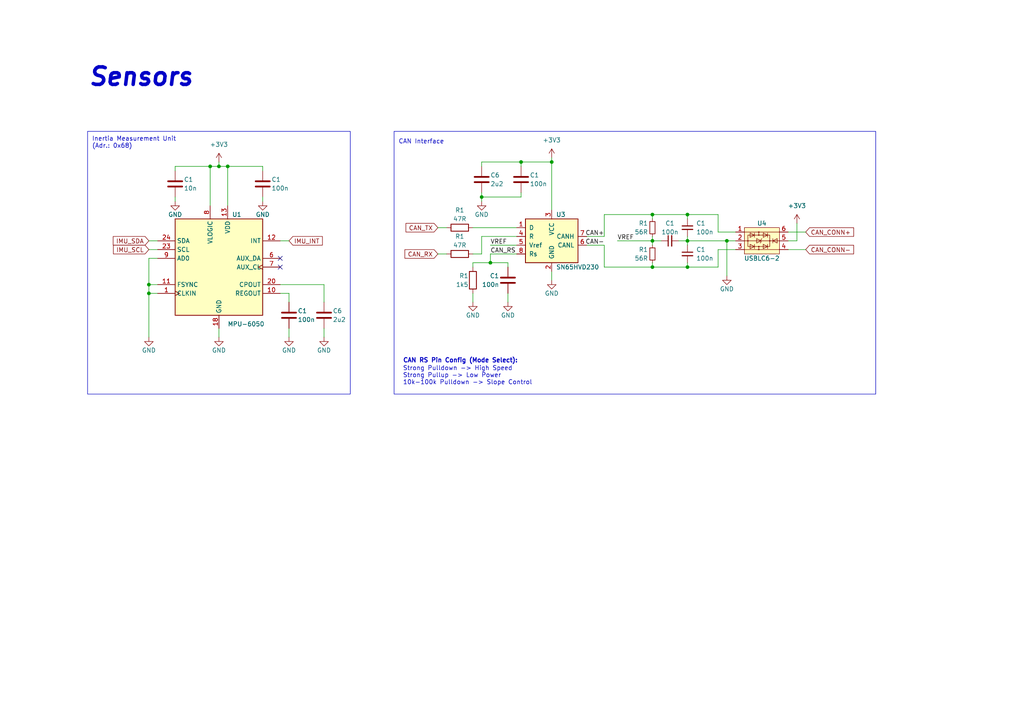
<source format=kicad_sch>
(kicad_sch (version 20230121) (generator eeschema)
  (paper "A4")
  (title_block (title "Sensors") (date "2023-08-02") (rev "R1") (company "s-grundner"))
  (lib_symbols
    (symbol "Device:C" (pin_numbers hide) (pin_names (offset 0.254))
      (property "Reference" "C" (at 0.635 2.54 0))
      (property "Value" "C" (at 0.635 -2.54 0))
      (symbol "C_0_1"
        (polyline (pts (xy -2.032 -0.762) (xy 2.032 -0.762)) (stroke (width 0.508)))
        (polyline (pts (xy -2.032 0.762) (xy 2.032 0.762)) (stroke (width 0.508)))
      )
      (symbol "C_1_1"
        (pin passive line (at 0 3.81 270) (length 2.794) (name "~") (number "1"))
        (pin passive line (at 0 -3.81 90) (length 2.794) (name "~") (number "2"))
      )
    )
    (symbol "Device:C_Small" (pin_numbers hide) (pin_names (offset 0.254) hide)
      (property "Reference" "C" (at 0.254 1.778 0))
      (property "Value" "C_Small" (at 0.254 -2.032 0))
      (symbol "C_Small_0_1"
        (polyline (pts (xy -1.524 -0.508) (xy 1.524 -0.508)) (stroke (width 0.3302)))
        (polyline (pts (xy -1.524 0.508) (xy 1.524 0.508)) (stroke (width 0.3048)))
      )
      (symbol "C_Small_1_1"
        (pin passive line (at 0 2.54 270) (length 2.032) (name "~") (number "1"))
        (pin passive line (at 0 -2.54 90) (length 2.032) (name "~") (number "2"))
      )
    )
    (symbol "Device:R" (pin_numbers hide) (pin_names (offset 0))
      (property "Reference" "R" (at 2.032 0 90))
      (property "Value" "R" (at 0 0 90))
      (symbol "R_0_1"
        (rectangle (start -1.016 -2.54) (end 1.016 2.54) (stroke (width 0.254)))
      )
      (symbol "R_1_1"
        (pin passive line (at 0 3.81 270) (length 1.27) (name "~") (number "1"))
        (pin passive line (at 0 -3.81 90) (length 1.27) (name "~") (number "2"))
      )
    )
    (symbol "Device:R_Small" (pin_numbers hide) (pin_names (offset 0.254) hide)
      (property "Reference" "R" (at 0.762 0.508 0))
      (property "Value" "R_Small" (at 0.762 -1.016 0))
      (symbol "R_Small_0_1"
        (rectangle (start -0.762 1.778) (end 0.762 -1.778) (stroke (width 0.2032)))
      )
      (symbol "R_Small_1_1"
        (pin passive line (at 0 2.54 270) (length 0.762) (name "~") (number "1"))
        (pin passive line (at 0 -2.54 90) (length 0.762) (name "~") (number "2"))
      )
    )
    (symbol "Interface_CAN_LIN:SN65HVD230" (pin_names (offset 1.016))
      (property "Reference" "U" (at -2.54 10.16 0))
      (property "Value" "SN65HVD230" (at -2.54 7.62 0))
      (symbol "SN65HVD230_0_1"
        (rectangle (start -7.62 5.08) (end 7.62 -7.62) (stroke (width 0.254)) (fill (type background)))
      )
      (symbol "SN65HVD230_1_1"
        (pin input line (at -10.16 2.54 0) (length 2.54) (name "D") (number "1"))
        (pin power_in line (at 0 -10.16 90) (length 2.54) (name "GND") (number "2"))
        (pin power_in line (at 0 7.62 270) (length 2.54) (name "VCC") (number "3"))
        (pin output line (at -10.16 0 0) (length 2.54) (name "R") (number "4"))
        (pin output line (at -10.16 -2.54 0) (length 2.54) (name "Vref") (number "5"))
        (pin bidirectional line (at 10.16 -2.54 180) (length 2.54) (name "CANL") (number "6"))
        (pin bidirectional line (at 10.16 0 180) (length 2.54) (name "CANH") (number "7"))
        (pin input line (at -10.16 -5.08 0) (length 2.54) (name "Rs") (number "8"))
      )
    )
    (symbol "Power_Protection:WE-TVS-82400102"
      (property "Reference" "U" (at 0 7.62 0))
      (property "Value" "WE-TVS-82400102" (at 0 5.08 0))
      (symbol "WE-TVS-82400102_0_1"
        (rectangle (start -5.08 3.81) (end 5.08 -3.81) (fill (type background)))
        (circle (center -4.064 0) (radius 0.127))
        (rectangle (start -4.064 1.651) (end 2.286 -1.651))
        (circle (center -0.889 -2.54) (radius 0.127))
        (circle (center -0.889 -1.651) (radius 0.127))
        (circle (center -0.889 1.651) (radius 0.127))
        (circle (center -0.889 2.54) (radius 0.127))
        (polyline (pts (xy -5.08 -2.54) (xy 5.08 -2.54)))
        (polyline (pts (xy -5.08 2.54) (xy 5.08 2.54)))
        (polyline (pts (xy -4.064 0) (xy -5.08 0)))
        (polyline (pts (xy -4.064 0) (xy 2.286 0)) (fill (type outline)))
        (polyline (pts (xy -2.159 -1.016) (xy -2.159 -2.286)))
        (polyline (pts (xy -2.159 2.286) (xy -2.159 1.016)))
        (polyline (pts (xy -0.889 -1.651) (xy -0.889 -2.413)))
        (polyline (pts (xy -0.889 1.651) (xy -0.889 2.54)))
        (polyline (pts (xy -0.508 -0.635) (xy -0.508 -0.635)))
        (polyline (pts (xy 1.651 -1.016) (xy 1.651 -2.286)))
        (polyline (pts (xy 1.651 2.286) (xy 1.651 1.016)))
        (polyline (pts (xy 2.286 0) (xy 5.08 0)))
        (polyline (pts (xy -3.429 -1.016) (xy -3.429 -2.286) (xy -2.159 -1.651) (xy -3.429 -1.016)))
        (polyline (pts (xy -3.429 1.016) (xy -3.429 2.286) (xy -2.159 1.651) (xy -3.429 1.016)))
        (polyline (pts (xy 0 0.635) (xy -0.254 0.381) (xy -0.254 -0.381) (xy -0.508 -0.635)))
        (polyline (pts (xy 0.381 -1.016) (xy 0.381 -2.286) (xy 1.651 -1.651) (xy 0.381 -1.016)))
        (polyline (pts (xy 0.381 1.016) (xy 0.381 2.286) (xy 1.651 1.651) (xy 0.381 1.016)))
        (circle (center 2.286 0) (radius 0.127))
      )
      (symbol "WE-TVS-82400102_1_1"
        (polyline (pts (xy 3.175 0.635) (xy 3.175 -0.635)))
        (polyline (pts (xy -1.524 0.635) (xy -1.524 -0.635) (xy -0.254 0) (xy -1.524 0.635)))
        (polyline (pts (xy 4.445 0.635) (xy 4.445 -0.635) (xy 3.175 0) (xy 4.445 0.635)))
        (pin passive line (at -7.62 2.54 0) (length 2.54) (name "~") (number "1"))
        (pin passive line (at -7.62 0 0) (length 2.54) (name "~") (number "2"))
        (pin passive line (at -7.62 -2.54 0) (length 2.54) (name "~") (number "3"))
        (pin passive line (at 7.62 -2.54 180) (length 2.54) (name "~") (number "4"))
        (pin passive line (at 7.62 0 180) (length 2.54) (name "~") (number "5"))
        (pin passive line (at 7.62 2.54 180) (length 2.54) (name "~") (number "6"))
      )
    )
    (symbol "Sensor_Motion:MPU-6050"
      (property "Reference" "U" (at -11.43 13.97 0))
      (property "Value" "MPU-6050" (at 7.62 -15.24 0))
      (symbol "MPU-6050_0_0"
        (text "" (at 12.7 -2.54 0) (effects (font (size 1.27 1.27))))
      )
      (symbol "MPU-6050_0_1"
        (rectangle (start -12.7 13.97) (end 12.7 -13.97) (stroke (width 0.254)) (fill (type background)))
      )
      (symbol "MPU-6050_1_1"
        (pin input clock (at -17.78 -7.62 0) (length 5.08) (name "CLKIN") (number "1"))
        (pin passive line (at 17.78 -7.62 180) (length 5.08) (name "REGOUT") (number "10"))
        (pin input line (at -17.78 -5.08 0) (length 5.08) (name "FSYNC") (number "11"))
        (pin output line (at 17.78 7.62 180) (length 5.08) (name "INT") (number "12"))
        (pin power_in line (at 2.54 17.78 270) (length 3.81) (name "VDD") (number "13"))
        (pin no_connect line (at -12.7 -10.16 0) (length 2.54) hide (name "NC") (number "14"))
        (pin no_connect line (at 12.7 12.7 180) (length 2.54) hide (name "NC") (number "15"))
        (pin no_connect line (at 12.7 10.16 180) (length 2.54) hide (name "NC") (number "16"))
        (pin no_connect line (at 12.7 5.08 180) (length 2.54) hide (name "NC") (number "17"))
        (pin power_in line (at 0 -17.78 90) (length 3.81) (name "GND") (number "18"))
        (pin no_connect line (at 12.7 -10.16 180) (length 2.54) hide (name "RESV") (number "19"))
        (pin no_connect line (at -12.7 12.7 0) (length 2.54) hide (name "NC") (number "2"))
        (pin passive line (at 17.78 -5.08 180) (length 5.08) (name "CPOUT") (number "20"))
        (pin no_connect line (at 12.7 -2.54 180) (length 2.54) hide (name "RESV") (number "21"))
        (pin no_connect line (at 12.7 -12.7 180) (length 2.54) hide (name "RESV") (number "22"))
        (pin input line (at -17.78 5.08 0) (length 5.08) (name "SCL") (number "23"))
        (pin bidirectional line (at -17.78 7.62 0) (length 5.08) (name "SDA") (number "24"))
        (pin no_connect line (at -12.7 10.16 0) (length 2.54) hide (name "NC") (number "3"))
        (pin no_connect line (at -12.7 0 0) (length 2.54) hide (name "NC") (number "4"))
        (pin no_connect line (at -12.7 -2.54 0) (length 2.54) hide (name "NC") (number "5"))
        (pin bidirectional line (at 17.78 2.54 180) (length 5.08) (name "AUX_DA") (number "6"))
        (pin output clock (at 17.78 0 180) (length 5.08) (name "AUX_CL") (number "7"))
        (pin power_in line (at -2.54 17.78 270) (length 3.81) (name "VLOGIC") (number "8"))
        (pin input line (at -17.78 2.54 0) (length 5.08) (name "AD0") (number "9"))
      )
    )
    (symbol "power:+3V3" (power) (pin_names (offset 0))
      (property "Value" "+3V3" (at 0 3.556 0))
      (symbol "+3V3_0_1"
        (polyline (pts (xy -0.762 1.27) (xy 0 2.54)))
        (polyline (pts (xy 0 0) (xy 0 2.54)))
        (polyline (pts (xy 0 2.54) (xy 0.762 1.27)))
      )
      (symbol "+3V3_1_1"
        (pin power_in line (at 0 0 90) (length 0) hide (name "+3V3") (number "1"))
      )
    )
    (symbol "power:GND" (power) (pin_names (offset 0))
      (property "Value" "GND" (at 0 -3.81 0))
      (symbol "GND_0_1"
        (polyline (pts (xy 0 0) (xy 0 -1.27) (xy 1.27 -1.27) (xy 0 -2.54) (xy -1.27 -1.27) (xy 0 -1.27)))
      )
      (symbol "GND_1_1"
        (pin power_in line (at 0 0 270) (length 0) hide (name "GND") (number "1"))
      )
    )
  )
  (junction (at 199.39 69.85))
  (junction (at 139.7 57.15))
  (junction (at 43.18 82.55))
  (junction (at 142.24 76.2))
  (junction (at 189.23 77.47))
  (junction (at 199.39 62.23))
  (junction (at 43.18 85.09))
  (junction (at 210.82 69.85))
  (junction (at 66.04 48.26))
  (junction (at 189.23 69.85))
  (junction (at 151.13 46.99))
  (junction (at 199.39 77.47))
  (junction (at 189.23 62.23))
  (junction (at 160.02 46.99))
  (junction (at 60.96 48.26))
  (junction (at 63.5 48.26))
  (no_connect (at 81.28 74.93))
  (no_connect (at 81.28 77.47))
  (wire (pts (xy 137.16 76.2) (xy 142.24 76.2)))
  (wire (pts (xy 160.02 46.99) (xy 160.02 60.96)))
  (wire (pts (xy 139.7 58.42) (xy 139.7 57.15)))
  (wire (pts (xy 228.6 72.39) (xy 233.68 72.39)))
  (wire (pts (xy 137.16 85.09) (xy 137.16 87.63)))
  (wire (pts (xy 175.26 77.47) (xy 189.23 77.47)))
  (wire (pts (xy 175.26 71.12) (xy 175.26 77.47)))
  (wire (pts (xy 228.6 69.85) (xy 231.14 69.85)))
  (wire (pts (xy 208.28 67.31) (xy 208.28 62.23)))
  (wire (pts (xy 63.5 46.99) (xy 63.5 48.26)))
  (wire (pts (xy 199.39 69.85) (xy 210.82 69.85)))
  (wire (pts (xy 213.36 67.31) (xy 208.28 67.31)))
  (wire (pts (xy 76.2 48.26) (xy 66.04 48.26)))
  (wire (pts (xy 208.28 72.39) (xy 213.36 72.39)))
  (wire (pts (xy 83.82 97.79) (xy 83.82 95.25)))
  (wire (pts (xy 228.6 67.31) (xy 233.68 67.31)))
  (wire (pts (xy 149.86 68.58) (xy 139.7 68.58)))
  (wire (pts (xy 43.18 82.55) (xy 45.72 82.55)))
  (wire (pts (xy 142.24 76.2) (xy 147.32 76.2)))
  (wire (pts (xy 189.23 62.23) (xy 199.39 62.23)))
  (wire (pts (xy 50.8 57.15) (xy 50.8 58.42)))
  (wire (pts (xy 43.18 85.09) (xy 43.18 82.55)))
  (wire (pts (xy 208.28 77.47) (xy 208.28 72.39)))
  (wire (pts (xy 151.13 46.99) (xy 151.13 48.26)))
  (wire (pts (xy 43.18 69.85) (xy 45.72 69.85)))
  (wire (pts (xy 139.7 57.15) (xy 139.7 55.88)))
  (wire (pts (xy 142.24 71.12) (xy 149.86 71.12)))
  (wire (pts (xy 210.82 69.85) (xy 210.82 80.01)))
  (wire (pts (xy 179.07 69.85) (xy 189.23 69.85)))
  (wire (pts (xy 45.72 74.93) (xy 43.18 74.93)))
  (wire (pts (xy 50.8 48.26) (xy 50.8 49.53)))
  (wire (pts (xy 63.5 48.26) (xy 60.96 48.26)))
  (wire (pts (xy 199.39 62.23) (xy 208.28 62.23)))
  (wire (pts (xy 139.7 68.58) (xy 139.7 73.66)))
  (wire (pts (xy 60.96 48.26) (xy 60.96 59.69)))
  (wire (pts (xy 93.98 95.25) (xy 93.98 97.79)))
  (wire (pts (xy 43.18 85.09) (xy 43.18 97.79)))
  (wire (pts (xy 137.16 66.04) (xy 149.86 66.04)))
  (wire (pts (xy 170.18 68.58) (xy 175.26 68.58)))
  (wire (pts (xy 139.7 57.15) (xy 151.13 57.15)))
  (wire (pts (xy 199.39 77.47) (xy 208.28 77.47)))
  (wire (pts (xy 139.7 73.66) (xy 137.16 73.66)))
  (wire (pts (xy 189.23 77.47) (xy 199.39 77.47)))
  (wire (pts (xy 66.04 48.26) (xy 66.04 59.69)))
  (wire (pts (xy 83.82 85.09) (xy 83.82 87.63)))
  (wire (pts (xy 160.02 45.72) (xy 160.02 46.99)))
  (wire (pts (xy 137.16 77.47) (xy 137.16 76.2)))
  (wire (pts (xy 199.39 69.85) (xy 199.39 71.12)))
  (wire (pts (xy 151.13 55.88) (xy 151.13 57.15)))
  (wire (pts (xy 175.26 62.23) (xy 189.23 62.23)))
  (wire (pts (xy 189.23 69.85) (xy 191.77 69.85)))
  (wire (pts (xy 127 73.66) (xy 129.54 73.66)))
  (wire (pts (xy 142.24 73.66) (xy 142.24 76.2)))
  (wire (pts (xy 189.23 68.58) (xy 189.23 69.85)))
  (wire (pts (xy 50.8 48.26) (xy 60.96 48.26)))
  (wire (pts (xy 210.82 69.85) (xy 213.36 69.85)))
  (wire (pts (xy 45.72 85.09) (xy 43.18 85.09)))
  (wire (pts (xy 196.85 69.85) (xy 199.39 69.85)))
  (wire (pts (xy 175.26 68.58) (xy 175.26 62.23)))
  (wire (pts (xy 139.7 46.99) (xy 151.13 46.99)))
  (wire (pts (xy 189.23 76.2) (xy 189.23 77.47)))
  (wire (pts (xy 66.04 48.26) (xy 63.5 48.26)))
  (wire (pts (xy 170.18 71.12) (xy 175.26 71.12)))
  (wire (pts (xy 76.2 48.26) (xy 76.2 49.53)))
  (wire (pts (xy 76.2 57.15) (xy 76.2 58.42)))
  (wire (pts (xy 81.28 82.55) (xy 93.98 82.55)))
  (wire (pts (xy 147.32 87.63) (xy 147.32 85.09)))
  (wire (pts (xy 83.82 69.85) (xy 81.28 69.85)))
  (wire (pts (xy 43.18 72.39) (xy 45.72 72.39)))
  (wire (pts (xy 43.18 74.93) (xy 43.18 82.55)))
  (wire (pts (xy 160.02 46.99) (xy 151.13 46.99)))
  (wire (pts (xy 139.7 46.99) (xy 139.7 48.26)))
  (wire (pts (xy 231.14 64.77) (xy 231.14 69.85)))
  (wire (pts (xy 63.5 97.79) (xy 63.5 95.25)))
  (wire (pts (xy 189.23 69.85) (xy 189.23 71.12)))
  (wire (pts (xy 199.39 62.23) (xy 199.39 63.5)))
  (wire (pts (xy 147.32 76.2) (xy 147.32 77.47)))
  (wire (pts (xy 81.28 85.09) (xy 83.82 85.09)))
  (wire (pts (xy 160.02 81.28) (xy 160.02 78.74)))
  (wire (pts (xy 199.39 68.58) (xy 199.39 69.85)))
  (wire (pts (xy 127 66.04) (xy 129.54 66.04)))
  (wire (pts (xy 142.24 73.66) (xy 149.86 73.66)))
  (wire (pts (xy 93.98 82.55) (xy 93.98 87.63)))
  (wire (pts (xy 189.23 62.23) (xy 189.23 63.5)))
  (wire (pts (xy 199.39 76.2) (xy 199.39 77.47)))
  (rectangle (start 114.3 38.1) (end 254 114.3))
  (rectangle (start 25.4 38.1) (end 101.6 114.3))
  (text "CAN RS Pin Config (Mode Select):" (at 116.84 105.41 0) (effects (font (size 1.27 1.27) (thickness 0.254) bold) (justify left bottom)))
  (text "Strong Pulldown -> High Speed\nStrong Pullup -> Low Power\n10k-100k Pulldown -> Slope Control" (at 116.84 111.76 0) (effects (font (size 1.27 1.27)) (justify left bottom)))
  (text "Sensors" (at 25.4 25.4 0) (effects (font (size 5.08 5.08) (thickness 1.016) bold italic) (justify left bottom)))
  (text "Inertia Measurement Unit\n(Adr.: 0x68)" (at 26.67 43.18 0) (effects (font (size 1.27 1.27)) (justify left bottom)))
  (text "CAN Interface" (at 115.57 41.91 0) (effects (font (size 1.27 1.27)) (justify left bottom)))
  (label "CAN+" (at 175.26 68.58 180))
  (label "VREF" (at 179.07 69.85 0))
  (label "CAN_RS" (at 142.24 73.66 0))
  (label "CAN-" (at 175.26 71.12 180))
  (label "VREF" (at 142.24 71.12 0))
  (global_label "IMU_INT" (shape input) (at 83.82 69.85 0) (property "Intersheetrefs" "${INTERSHEET_REFS}" (effects hide)))
  (global_label "IMU_SCL" (shape input) (at 43.18 72.39 180) (property "Intersheetrefs" "${INTERSHEET_REFS}" (effects hide)))
  (global_label "CAN_RX" (shape input) (at 127 73.66 180) (property "Intersheetrefs" "${INTERSHEET_REFS}" (effects hide)))
  (global_label "CAN_CONN+" (shape input) (at 233.68 67.31 0) (property "Intersheetrefs" "${INTERSHEET_REFS}" (effects hide)))
  (global_label "IMU_SDA" (shape input) (at 43.18 69.85 180) (property "Intersheetrefs" "${INTERSHEET_REFS}" (effects hide)))
  (global_label "CAN_CONN-" (shape input) (at 233.68 72.39 0) (property "Intersheetrefs" "${INTERSHEET_REFS}" (effects hide)))
  (global_label "CAN_TX" (shape input) (at 127 66.04 180) (property "Intersheetrefs" "${INTERSHEET_REFS}" (effects hide)))
  (symbol (lib_id "power:GND") (at 160.02 81.28 0) (unit 1)
    (property "Reference" "#PWR028" (effects hide))
    (property "Value" "GND" (at 160.02 85.09 0))
  )
  (symbol (lib_id "Device:C_Small") (at 199.39 73.66 0) (unit 1)
    (property "Reference" "C1" (at 201.93 72.39 0) (effects (justify left)))
    (property "Value" "100n" (at 201.93 74.93 0) (effects (justify left)))
    (property "Footprint" "Capacitor_SMD:C_0402_1005Metric" (effects hide))
    (property "LCSC Part #" "C1525" (effects hide))
    (instances (project "STM32F4_HexGauge_V3" (path "" (reference "C1") (unit 1)) (path "" (reference "C6") (unit 1)) (path "" (reference "C21") (unit 1))))
  )
  (symbol (lib_id "Device:R_Small") (at 189.23 73.66 180) (unit 1)
    (property "Reference" "R1" (at 187.96 72.39 0) (effects (justify left)))
    (property "Value" "56R" (at 187.96 74.93 0) (effects (justify left)))
    (property "Footprint" "Resistor_SMD:R_0805_2012Metric" (effects hide))
    (property "LCSC Part #" "C17757" (effects hide))
    (instances (project "STM32F4_HexGauge_V3" (path "" (reference "R1") (unit 1)) (path "" (reference "R1") (unit 1)) (path "" (reference "R13") (unit 1))))
  )
  (symbol (lib_id "power:GND") (at 83.82 97.79 0) (unit 1)
    (property "Reference" "#PWR032" (effects hide))
    (property "Value" "GND" (at 83.82 101.6 0))
  )
  (symbol (lib_id "Device:R") (at 133.35 73.66 90) (unit 1)
    (property "Reference" "R1" (at 133.35 68.58 90))
    (property "Value" "47R" (at 133.35 71.12 90))
    (property "Footprint" "Resistor_SMD:R_0402_1005Metric" (effects hide))
    (property "LCSC Part #" "C25118" (effects hide))
    (instances (project "STM32F4_HexGauge_V3" (path "" (reference "R1") (unit 1)) (path "" (reference "R1") (unit 1)) (path "" (reference "R12") (unit 1))))
  )
  (symbol (lib_id "Device:C") (at 76.2 53.34 0) (unit 1)
    (property "Reference" "C1" (at 78.74 52.07 0) (effects (justify left)))
    (property "Value" "100n" (at 78.74 54.61 0) (effects (justify left)))
    (property "Footprint" "Capacitor_SMD:C_0402_1005Metric" (effects hide))
    (property "LCSC Part #" "C1525" (effects hide))
    (instances (project "STM32F4_HexGauge_V3" (path "" (reference "C1") (unit 1)) (path "" (reference "C6") (unit 1)) (path "" (reference "C18") (unit 1))))
  )
  (symbol (lib_id "Power_Protection:WE-TVS-82400102") (at 220.98 69.85 0) (unit 1)
    (property "Reference" "U4" (at 220.98 64.77 0))
    (property "Value" "USBLC6-2" (at 220.98 74.93 0))
    (property "Footprint" "Package_TO_SOT_SMD:SOT-23-6" (effects hide))
    (property "Datasheet" "https://www.st.com/resource/en/datasheet/usblc6-2.pdf" (effects hide))
    (property "LCSC Part #" "C7519" (effects hide))
  )
  (symbol (lib_id "power:GND") (at 50.8 58.42 0) (unit 1)
    (property "Reference" "#PWR025" (effects hide))
    (property "Value" "GND" (at 50.8 62.23 0))
  )
  (symbol (lib_id "Interface_CAN_LIN:SN65HVD230") (at 160.02 68.58 0) (unit 1)
    (property "Reference" "U3" (at 161.29 62.23 0) (effects (justify left)))
    (property "Value" "SN65HVD230" (at 161.29 77.47 0) (effects (justify left)))
    (property "Footprint" "Package_SO:SOIC-8_3.9x4.9mm_P1.27mm" (effects hide))
    (property "Datasheet" "https://www.ti.com/lit/ds/symlink/sn65hvd230.pdf?ts=1690907179673" (effects hide))
    (property "LCSC Part #" "C12084" (effects hide))
  )
  (symbol (lib_id "power:GND") (at 76.2 58.42 0) (unit 1)
    (property "Reference" "#PWR058" (effects hide))
    (property "Value" "GND" (at 76.2 62.23 0))
  )
  (symbol (lib_id "Device:R") (at 133.35 66.04 90) (unit 1)
    (property "Reference" "R1" (at 133.35 60.96 90))
    (property "Value" "47R" (at 133.35 63.5 90))
    (property "Footprint" "Resistor_SMD:R_0402_1005Metric" (effects hide))
    (property "LCSC Part #" "C25118" (effects hide))
    (instances (project "STM32F4_HexGauge_V3" (path "" (reference "R1") (unit 1)) (path "" (reference "R1") (unit 1)) (path "" (reference "R10") (unit 1))))
  )
  (symbol (lib_id "power:+3V3") (at 231.14 64.77 0) (unit 1)
    (property "Reference" "#PWR01" (effects hide))
    (property "Value" "+3V3" (at 231.14 59.69 0))
    (instances (project "STM32F4_HexGauge_V3" (path "" (reference "#PWR01") (unit 1)) (path "" (reference "#PWR01") (unit 1)) (path "" (reference "#PWR026") (unit 1))))
  )
  (symbol (lib_id "Device:C_Small") (at 194.31 69.85 90) (unit 1)
    (property "Reference" "C1" (at 194.31 64.77 90))
    (property "Value" "100n" (at 194.31 67.31 90))
    (property "Footprint" "Capacitor_SMD:C_0402_1005Metric" (effects hide))
    (property "LCSC Part #" "C1525" (effects hide))
    (instances (project "STM32F4_HexGauge_V3" (path "" (reference "C1") (unit 1)) (path "" (reference "C6") (unit 1)) (path "" (reference "C20") (unit 1))))
  )
  (symbol (lib_id "Device:C") (at 93.98 91.44 0) (unit 1)
    (property "Reference" "C6" (at 96.52 90.17 0) (effects (justify left)))
    (property "Value" "2u2" (at 96.52 92.71 0) (effects (justify left)))
    (property "Footprint" "Capacitor_SMD:C_0603_1608Metric" (effects hide))
    (property "LCSC Part #" "C23630" (effects hide))
    (instances (project "STM32F4_HexGauge_V3" (path "" (reference "C6") (unit 1)) (path "" (reference "C1") (unit 1)) (path "" (reference "C24") (unit 1))))
  )
  (symbol (lib_id "Sensor_Motion:MPU-6050") (at 63.5 77.47 0) (unit 1)
    (property "Reference" "U1" (at 67.31 62.23 0) (effects (justify left)))
    (property "Value" "MPU-6050" (at 66.04 93.98 0) (effects (justify left)))
    (property "Footprint" "Sensor_Motion:InvenSense_QFN-24_4x4mm_P0.5mm" (effects hide))
    (property "Datasheet" "https://invensense.tdk.com/wp-content/uploads/2015/02/MPU-6000-Datasheet1.pdf" (effects hide))
    (property "LCSC Part #" "C24112" (effects hide))
    (instances (project "STM32F4_HexGauge_V3" (path "" (reference "U1") (unit 1)) (path "" (reference "U5") (unit 1))))
  )
  (symbol (lib_id "power:GND") (at 137.16 87.63 0) (unit 1)
    (property "Reference" "#PWR055" (effects hide))
    (property "Value" "GND" (at 137.16 91.44 0))
  )
  (symbol (lib_id "power:GND") (at 147.32 87.63 0) (unit 1)
    (property "Reference" "#PWR029" (effects hide))
    (property "Value" "GND" (at 147.32 91.44 0))
  )
  (symbol (lib_id "power:GND") (at 43.18 97.79 0) (unit 1)
    (property "Reference" "#PWR030" (effects hide))
    (property "Value" "GND" (at 43.18 101.6 0))
  )
  (symbol (lib_id "Device:C") (at 151.13 52.07 0) (unit 1)
    (property "Reference" "C1" (at 153.67 50.8 0) (effects (justify left)))
    (property "Value" "100n" (at 153.67 53.34 0) (effects (justify left)))
    (property "Footprint" "Capacitor_SMD:C_0402_1005Metric" (effects hide))
    (property "LCSC Part #" "C1525" (effects hide))
    (instances (project "STM32F4_HexGauge_V3" (path "" (reference "C1") (unit 1)) (path "" (reference "C6") (unit 1)) (path "" (reference "C16") (unit 1))))
  )
  (symbol (lib_id "Device:C") (at 139.7 52.07 0) (unit 1)
    (property "Reference" "C6" (at 142.24 50.8 0) (effects (justify left)))
    (property "Value" "2u2" (at 142.24 53.34 0) (effects (justify left)))
    (property "Footprint" "Capacitor_SMD:C_0603_1608Metric" (effects hide))
    (property "LCSC Part #" "C23630" (effects hide))
    (instances (project "STM32F4_HexGauge_V3" (path "" (reference "C6") (unit 1)) (path "" (reference "C1") (unit 1)) (path "" (reference "C15") (unit 1))))
  )
  (symbol (lib_id "Device:C_Small") (at 199.39 66.04 0) (unit 1)
    (property "Reference" "C1" (at 201.93 64.77 0) (effects (justify left)))
    (property "Value" "100n" (at 201.93 67.31 0) (effects (justify left)))
    (property "Footprint" "Capacitor_SMD:C_0402_1005Metric" (effects hide))
    (property "LCSC Part #" "C1525" (effects hide))
    (instances (project "STM32F4_HexGauge_V3" (path "" (reference "C1") (unit 1)) (path "" (reference "C6") (unit 1)) (path "" (reference "C19") (unit 1))))
  )
  (symbol (lib_id "power:GND") (at 139.7 58.42 0) (unit 1)
    (property "Reference" "#PWR024" (effects hide))
    (property "Value" "GND" (at 139.7 62.23 0))
  )
  (symbol (lib_id "power:GND") (at 93.98 97.79 0) (unit 1)
    (property "Reference" "#PWR033" (effects hide))
    (property "Value" "GND" (at 93.98 101.6 0))
  )
  (symbol (lib_id "Device:R") (at 137.16 81.28 180) (unit 1)
    (property "Reference" "R1" (at 135.89 80.01 0) (effects (justify left)))
    (property "Value" "1k5" (at 135.89 82.55 0) (effects (justify left)))
    (property "Footprint" "Resistor_SMD:R_0402_1005Metric" (effects hide))
    (property "LCSC Part #" "C25867" (effects hide))
    (instances (project "STM32F4_HexGauge_V3" (path "" (reference "R1") (unit 1)) (path "" (reference "R3") (unit 1)) (path "" (reference "R14") (unit 1))))
  )
  (symbol (lib_id "Device:R_Small") (at 189.23 66.04 180) (unit 1)
    (property "Reference" "R1" (at 187.96 64.77 0) (effects (justify left)))
    (property "Value" "56R" (at 187.96 67.31 0) (effects (justify left)))
    (property "Footprint" "Resistor_SMD:R_0805_2012Metric" (effects hide))
    (property "LCSC Part #" "C17757" (effects hide))
    (instances (project "STM32F4_HexGauge_V3" (path "" (reference "R1") (unit 1)) (path "" (reference "R1") (unit 1)) (path "" (reference "R11") (unit 1))))
  )
  (symbol (lib_id "power:GND") (at 210.82 80.01 0) (unit 1)
    (property "Reference" "#PWR027" (effects hide))
    (property "Value" "GND" (at 210.82 83.82 0))
  )
  (symbol (lib_id "Device:C") (at 147.32 81.28 0) (unit 1)
    (property "Reference" "C1" (at 144.78 80.01 0) (effects (justify right)))
    (property "Value" "100n" (at 144.78 82.55 0) (effects (justify right)))
    (property "Footprint" "Capacitor_SMD:C_0402_1005Metric" (effects hide))
    (property "LCSC Part #" "C1525" (effects hide))
    (instances (project "STM32F4_HexGauge_V3" (path "" (reference "C1") (unit 1)) (path "" (reference "C6") (unit 1)) (path "" (reference "C22") (unit 1))))
  )
  (symbol (lib_id "power:+3V3") (at 160.02 45.72 0) (unit 1)
    (property "Reference" "#PWR01" (effects hide))
    (property "Value" "+3V3" (at 160.02 40.64 0))
    (instances (project "STM32F4_HexGauge_V3" (path "" (reference "#PWR01") (unit 1)) (path "" (reference "#PWR01") (unit 1)) (path "" (reference "#PWR022") (unit 1))))
  )
  (symbol (lib_id "Device:C") (at 83.82 91.44 0) (unit 1)
    (property "Reference" "C1" (at 86.36 90.17 0) (effects (justify left)))
    (property "Value" "100n" (at 86.36 92.71 0) (effects (justify left)))
    (property "Footprint" "Capacitor_SMD:C_0402_1005Metric" (effects hide))
    (property "LCSC Part #" "C1525" (effects hide))
    (instances (project "STM32F4_HexGauge_V3" (path "" (reference "C1") (unit 1)) (path "" (reference "C6") (unit 1)) (path "" (reference "C23") (unit 1))))
  )
  (symbol (lib_id "power:+3V3") (at 63.5 46.99 0) (unit 1)
    (property "Reference" "#PWR01" (effects hide))
    (property "Value" "+3V3" (at 63.5 41.91 0))
    (instances (project "STM32F4_HexGauge_V3" (path "" (reference "#PWR01") (unit 1)) (path "" (reference "#PWR01") (unit 1)) (path "" (reference "#PWR023") (unit 1))))
  )
  (symbol (lib_id "power:GND") (at 63.5 97.79 0) (unit 1)
    (property "Reference" "#PWR031" (effects hide))
    (property "Value" "GND" (at 63.5 101.6 0))
  )
  (symbol (lib_id "Device:C") (at 50.8 53.34 0) (unit 1)
    (property "Reference" "C1" (at 53.34 52.07 0) (effects (justify left)))
    (property "Value" "10n" (at 53.34 54.61 0) (effects (justify left)))
    (property "Footprint" "Capacitor_SMD:C_0402_1005Metric" (effects hide))
    (property "LCSC Part #" "C15195" (effects hide))
    (instances (project "STM32F4_HexGauge_V3" (path "" (reference "C1") (unit 1)) (path "" (reference "C6") (unit 1)) (path "" (reference "C17") (unit 1))))
  )
)
</source>
